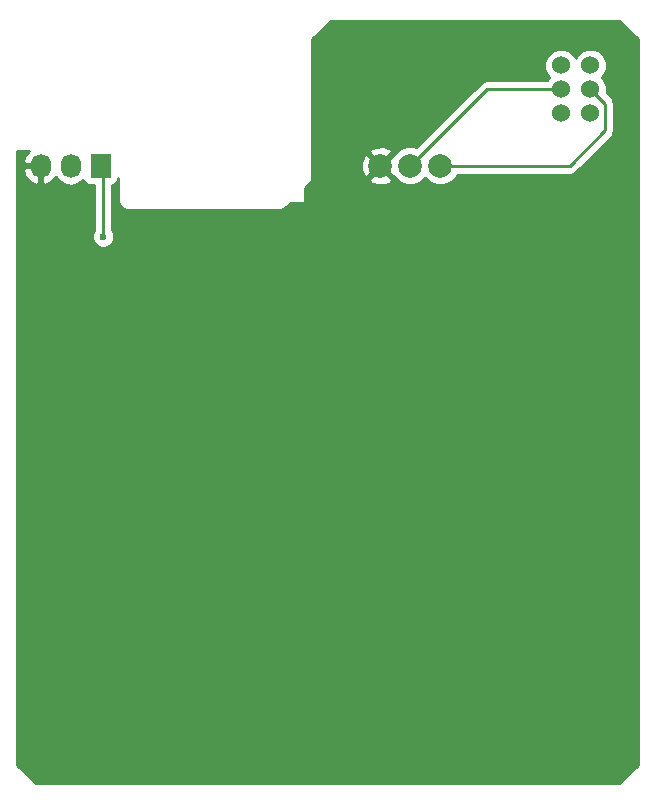
<source format=gbr>
G04 #@! TF.FileFunction,Copper,L2,Bot,Signal*
%FSLAX46Y46*%
G04 Gerber Fmt 4.6, Leading zero omitted, Abs format (unit mm)*
G04 Created by KiCad (PCBNEW 4.0.6-e0-6349~52~ubuntu16.10.1) date Mon May  8 18:47:24 2017*
%MOMM*%
%LPD*%
G01*
G04 APERTURE LIST*
%ADD10C,0.100000*%
%ADD11R,1.727200X2.032000*%
%ADD12O,1.727200X2.032000*%
%ADD13C,1.998980*%
%ADD14C,1.524000*%
%ADD15C,0.600000*%
%ADD16C,0.250000*%
%ADD17C,0.254000*%
G04 APERTURE END LIST*
D10*
D11*
X82780000Y-99000000D03*
D12*
X80240000Y-99000000D03*
X77700000Y-99000000D03*
D13*
X109000000Y-99000000D03*
X106460000Y-99000000D03*
X111540000Y-99000000D03*
D14*
X124250000Y-90500000D03*
X124250000Y-92500000D03*
X124250000Y-94500000D03*
X121750000Y-90500000D03*
X121750000Y-92500000D03*
X121750000Y-94500000D03*
D15*
X83000000Y-105000000D03*
D16*
X83000000Y-105000000D02*
X83000000Y-99220000D01*
X83000000Y-99220000D02*
X82780000Y-99000000D01*
X124250000Y-92500000D02*
X125500000Y-93750000D01*
X125500000Y-93750000D02*
X125500000Y-96000000D01*
X125500000Y-96000000D02*
X122500000Y-99000000D01*
X122500000Y-99000000D02*
X112953492Y-99000000D01*
X112953492Y-99000000D02*
X111540000Y-99000000D01*
X109000000Y-99000000D02*
X115500000Y-92500000D01*
X115500000Y-92500000D02*
X121750000Y-92500000D01*
D17*
G36*
X128290000Y-88294092D02*
X128290000Y-149705908D01*
X126705908Y-151290000D01*
X77294092Y-151290000D01*
X75710000Y-149705908D01*
X75710000Y-99361913D01*
X76214816Y-99361913D01*
X76408046Y-99914320D01*
X76797964Y-100350732D01*
X77325209Y-100604709D01*
X77340974Y-100607358D01*
X77573000Y-100486217D01*
X77573000Y-99127000D01*
X76359076Y-99127000D01*
X76214816Y-99361913D01*
X75710000Y-99361913D01*
X75710000Y-97710000D01*
X76743702Y-97710000D01*
X76408046Y-98085680D01*
X76214816Y-98638087D01*
X76359076Y-98873000D01*
X77573000Y-98873000D01*
X77573000Y-98853000D01*
X77827000Y-98853000D01*
X77827000Y-98873000D01*
X77847000Y-98873000D01*
X77847000Y-99127000D01*
X77827000Y-99127000D01*
X77827000Y-100486217D01*
X78059026Y-100607358D01*
X78074791Y-100604709D01*
X78602036Y-100350732D01*
X78973539Y-99934931D01*
X79180330Y-100244415D01*
X79666511Y-100569271D01*
X80240000Y-100683345D01*
X80813489Y-100569271D01*
X81299670Y-100244415D01*
X81309243Y-100230087D01*
X81313238Y-100251317D01*
X81452310Y-100467441D01*
X81664510Y-100612431D01*
X81916400Y-100663440D01*
X82240000Y-100663440D01*
X82240000Y-104437537D01*
X82207808Y-104469673D01*
X82065162Y-104813201D01*
X82064838Y-105185167D01*
X82206883Y-105528943D01*
X82469673Y-105792192D01*
X82813201Y-105934838D01*
X83185167Y-105935162D01*
X83528943Y-105793117D01*
X83792192Y-105530327D01*
X83934838Y-105186799D01*
X83935162Y-104814833D01*
X83793117Y-104471057D01*
X83760000Y-104437882D01*
X83760000Y-100641538D01*
X83878917Y-100619162D01*
X84095041Y-100480090D01*
X84240031Y-100267890D01*
X84290000Y-100021136D01*
X84290000Y-102000000D01*
X84344046Y-102271705D01*
X84497954Y-102502046D01*
X84728295Y-102655954D01*
X85000000Y-102710000D01*
X98000000Y-102710000D01*
X98271705Y-102655954D01*
X98502046Y-102502046D01*
X98877092Y-102127000D01*
X100000000Y-102127000D01*
X100049410Y-102116994D01*
X100091035Y-102088553D01*
X100118315Y-102046159D01*
X100127000Y-102000000D01*
X100127000Y-100877092D01*
X100502046Y-100502046D01*
X100655954Y-100271705D01*
X100679732Y-100152163D01*
X105487443Y-100152163D01*
X105586042Y-100418965D01*
X106195582Y-100645401D01*
X106845377Y-100621341D01*
X107333958Y-100418965D01*
X107432557Y-100152163D01*
X106460000Y-99179605D01*
X105487443Y-100152163D01*
X100679732Y-100152163D01*
X100710000Y-100000000D01*
X100710000Y-98735582D01*
X104814599Y-98735582D01*
X104838659Y-99385377D01*
X105041035Y-99873958D01*
X105307837Y-99972557D01*
X106280395Y-99000000D01*
X106639605Y-99000000D01*
X107612163Y-99972557D01*
X107648099Y-99959276D01*
X108072927Y-100384846D01*
X108673453Y-100634206D01*
X109323694Y-100634774D01*
X109924655Y-100386462D01*
X110270199Y-100041520D01*
X110612927Y-100384846D01*
X111213453Y-100634206D01*
X111863694Y-100634774D01*
X112464655Y-100386462D01*
X112924846Y-99927073D01*
X112994221Y-99760000D01*
X122500000Y-99760000D01*
X122790839Y-99702148D01*
X123037401Y-99537401D01*
X126037401Y-96537401D01*
X126202148Y-96290839D01*
X126260000Y-96000000D01*
X126260000Y-93750000D01*
X126202148Y-93459161D01*
X126037401Y-93212599D01*
X125634183Y-92809381D01*
X125646757Y-92779100D01*
X125647242Y-92223339D01*
X125435010Y-91709697D01*
X125225658Y-91499979D01*
X125433629Y-91292370D01*
X125646757Y-90779100D01*
X125647242Y-90223339D01*
X125435010Y-89709697D01*
X125042370Y-89316371D01*
X124529100Y-89103243D01*
X123973339Y-89102758D01*
X123459697Y-89314990D01*
X123066371Y-89707630D01*
X123000100Y-89867228D01*
X122935010Y-89709697D01*
X122542370Y-89316371D01*
X122029100Y-89103243D01*
X121473339Y-89102758D01*
X120959697Y-89314990D01*
X120566371Y-89707630D01*
X120353243Y-90220900D01*
X120352758Y-90776661D01*
X120564990Y-91290303D01*
X120774342Y-91500021D01*
X120566371Y-91707630D01*
X120552930Y-91740000D01*
X115500000Y-91740000D01*
X115209161Y-91797852D01*
X114962599Y-91962599D01*
X109491083Y-97434115D01*
X109326547Y-97365794D01*
X108676306Y-97365226D01*
X108075345Y-97613538D01*
X107647599Y-98040539D01*
X107612163Y-98027443D01*
X106639605Y-99000000D01*
X106280395Y-99000000D01*
X105307837Y-98027443D01*
X105041035Y-98126042D01*
X104814599Y-98735582D01*
X100710000Y-98735582D01*
X100710000Y-97847837D01*
X105487443Y-97847837D01*
X106460000Y-98820395D01*
X107432557Y-97847837D01*
X107333958Y-97581035D01*
X106724418Y-97354599D01*
X106074623Y-97378659D01*
X105586042Y-97581035D01*
X105487443Y-97847837D01*
X100710000Y-97847837D01*
X100710000Y-88294092D01*
X102294092Y-86710000D01*
X126705908Y-86710000D01*
X128290000Y-88294092D01*
X128290000Y-88294092D01*
G37*
X128290000Y-88294092D02*
X128290000Y-149705908D01*
X126705908Y-151290000D01*
X77294092Y-151290000D01*
X75710000Y-149705908D01*
X75710000Y-99361913D01*
X76214816Y-99361913D01*
X76408046Y-99914320D01*
X76797964Y-100350732D01*
X77325209Y-100604709D01*
X77340974Y-100607358D01*
X77573000Y-100486217D01*
X77573000Y-99127000D01*
X76359076Y-99127000D01*
X76214816Y-99361913D01*
X75710000Y-99361913D01*
X75710000Y-97710000D01*
X76743702Y-97710000D01*
X76408046Y-98085680D01*
X76214816Y-98638087D01*
X76359076Y-98873000D01*
X77573000Y-98873000D01*
X77573000Y-98853000D01*
X77827000Y-98853000D01*
X77827000Y-98873000D01*
X77847000Y-98873000D01*
X77847000Y-99127000D01*
X77827000Y-99127000D01*
X77827000Y-100486217D01*
X78059026Y-100607358D01*
X78074791Y-100604709D01*
X78602036Y-100350732D01*
X78973539Y-99934931D01*
X79180330Y-100244415D01*
X79666511Y-100569271D01*
X80240000Y-100683345D01*
X80813489Y-100569271D01*
X81299670Y-100244415D01*
X81309243Y-100230087D01*
X81313238Y-100251317D01*
X81452310Y-100467441D01*
X81664510Y-100612431D01*
X81916400Y-100663440D01*
X82240000Y-100663440D01*
X82240000Y-104437537D01*
X82207808Y-104469673D01*
X82065162Y-104813201D01*
X82064838Y-105185167D01*
X82206883Y-105528943D01*
X82469673Y-105792192D01*
X82813201Y-105934838D01*
X83185167Y-105935162D01*
X83528943Y-105793117D01*
X83792192Y-105530327D01*
X83934838Y-105186799D01*
X83935162Y-104814833D01*
X83793117Y-104471057D01*
X83760000Y-104437882D01*
X83760000Y-100641538D01*
X83878917Y-100619162D01*
X84095041Y-100480090D01*
X84240031Y-100267890D01*
X84290000Y-100021136D01*
X84290000Y-102000000D01*
X84344046Y-102271705D01*
X84497954Y-102502046D01*
X84728295Y-102655954D01*
X85000000Y-102710000D01*
X98000000Y-102710000D01*
X98271705Y-102655954D01*
X98502046Y-102502046D01*
X98877092Y-102127000D01*
X100000000Y-102127000D01*
X100049410Y-102116994D01*
X100091035Y-102088553D01*
X100118315Y-102046159D01*
X100127000Y-102000000D01*
X100127000Y-100877092D01*
X100502046Y-100502046D01*
X100655954Y-100271705D01*
X100679732Y-100152163D01*
X105487443Y-100152163D01*
X105586042Y-100418965D01*
X106195582Y-100645401D01*
X106845377Y-100621341D01*
X107333958Y-100418965D01*
X107432557Y-100152163D01*
X106460000Y-99179605D01*
X105487443Y-100152163D01*
X100679732Y-100152163D01*
X100710000Y-100000000D01*
X100710000Y-98735582D01*
X104814599Y-98735582D01*
X104838659Y-99385377D01*
X105041035Y-99873958D01*
X105307837Y-99972557D01*
X106280395Y-99000000D01*
X106639605Y-99000000D01*
X107612163Y-99972557D01*
X107648099Y-99959276D01*
X108072927Y-100384846D01*
X108673453Y-100634206D01*
X109323694Y-100634774D01*
X109924655Y-100386462D01*
X110270199Y-100041520D01*
X110612927Y-100384846D01*
X111213453Y-100634206D01*
X111863694Y-100634774D01*
X112464655Y-100386462D01*
X112924846Y-99927073D01*
X112994221Y-99760000D01*
X122500000Y-99760000D01*
X122790839Y-99702148D01*
X123037401Y-99537401D01*
X126037401Y-96537401D01*
X126202148Y-96290839D01*
X126260000Y-96000000D01*
X126260000Y-93750000D01*
X126202148Y-93459161D01*
X126037401Y-93212599D01*
X125634183Y-92809381D01*
X125646757Y-92779100D01*
X125647242Y-92223339D01*
X125435010Y-91709697D01*
X125225658Y-91499979D01*
X125433629Y-91292370D01*
X125646757Y-90779100D01*
X125647242Y-90223339D01*
X125435010Y-89709697D01*
X125042370Y-89316371D01*
X124529100Y-89103243D01*
X123973339Y-89102758D01*
X123459697Y-89314990D01*
X123066371Y-89707630D01*
X123000100Y-89867228D01*
X122935010Y-89709697D01*
X122542370Y-89316371D01*
X122029100Y-89103243D01*
X121473339Y-89102758D01*
X120959697Y-89314990D01*
X120566371Y-89707630D01*
X120353243Y-90220900D01*
X120352758Y-90776661D01*
X120564990Y-91290303D01*
X120774342Y-91500021D01*
X120566371Y-91707630D01*
X120552930Y-91740000D01*
X115500000Y-91740000D01*
X115209161Y-91797852D01*
X114962599Y-91962599D01*
X109491083Y-97434115D01*
X109326547Y-97365794D01*
X108676306Y-97365226D01*
X108075345Y-97613538D01*
X107647599Y-98040539D01*
X107612163Y-98027443D01*
X106639605Y-99000000D01*
X106280395Y-99000000D01*
X105307837Y-98027443D01*
X105041035Y-98126042D01*
X104814599Y-98735582D01*
X100710000Y-98735582D01*
X100710000Y-97847837D01*
X105487443Y-97847837D01*
X106460000Y-98820395D01*
X107432557Y-97847837D01*
X107333958Y-97581035D01*
X106724418Y-97354599D01*
X106074623Y-97378659D01*
X105586042Y-97581035D01*
X105487443Y-97847837D01*
X100710000Y-97847837D01*
X100710000Y-88294092D01*
X102294092Y-86710000D01*
X126705908Y-86710000D01*
X128290000Y-88294092D01*
M02*

</source>
